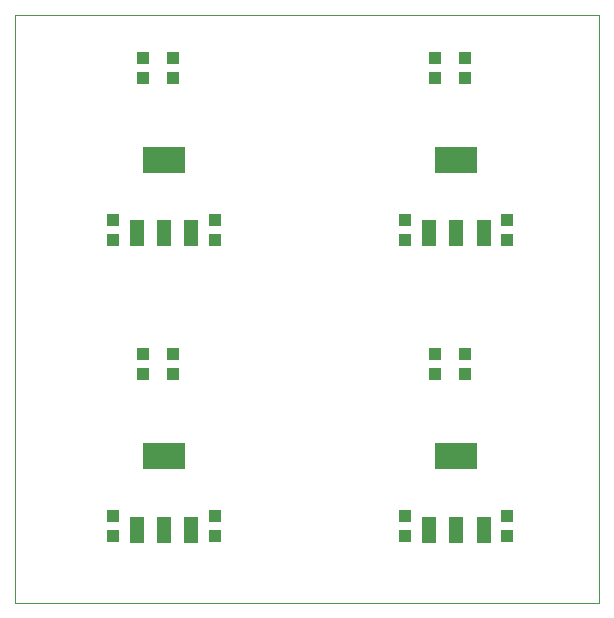
<source format=gbp>
G75*
G70*
%OFA0B0*%
%FSLAX24Y24*%
%IPPOS*%
%LPD*%
%AMOC8*
5,1,8,0,0,1.08239X$1,22.5*
%
%ADD10C,0.0000*%
%ADD11R,0.0394X0.0433*%
%ADD12R,0.0480X0.0880*%
%ADD13R,0.1417X0.0866*%
D10*
X000100Y000100D02*
X000100Y019721D01*
X019595Y019721D01*
X019595Y000100D01*
X000100Y000100D01*
D11*
X003375Y002340D03*
X003375Y003010D03*
X006775Y003010D03*
X006775Y002340D03*
X005375Y007740D03*
X005375Y008410D03*
X004375Y008410D03*
X004375Y007740D03*
X003375Y012215D03*
X003375Y012885D03*
X006775Y012885D03*
X006775Y012215D03*
X005375Y017615D03*
X005375Y018285D03*
X004375Y018285D03*
X004375Y017615D03*
X013125Y012885D03*
X013125Y012215D03*
X016525Y012215D03*
X016525Y012885D03*
X015125Y008410D03*
X015125Y007740D03*
X014125Y007740D03*
X014125Y008410D03*
X013125Y003010D03*
X013125Y002340D03*
X016525Y002340D03*
X016525Y003010D03*
X015125Y017615D03*
X015125Y018285D03*
X014125Y018285D03*
X014125Y017615D03*
D12*
X013915Y012430D03*
X014825Y012430D03*
X015735Y012430D03*
X005985Y012430D03*
X005075Y012430D03*
X004165Y012430D03*
X004165Y002555D03*
X005075Y002555D03*
X005985Y002555D03*
X013915Y002555D03*
X014825Y002555D03*
X015735Y002555D03*
D13*
X014825Y004995D03*
X005075Y004995D03*
X005075Y014870D03*
X014825Y014870D03*
M02*

</source>
